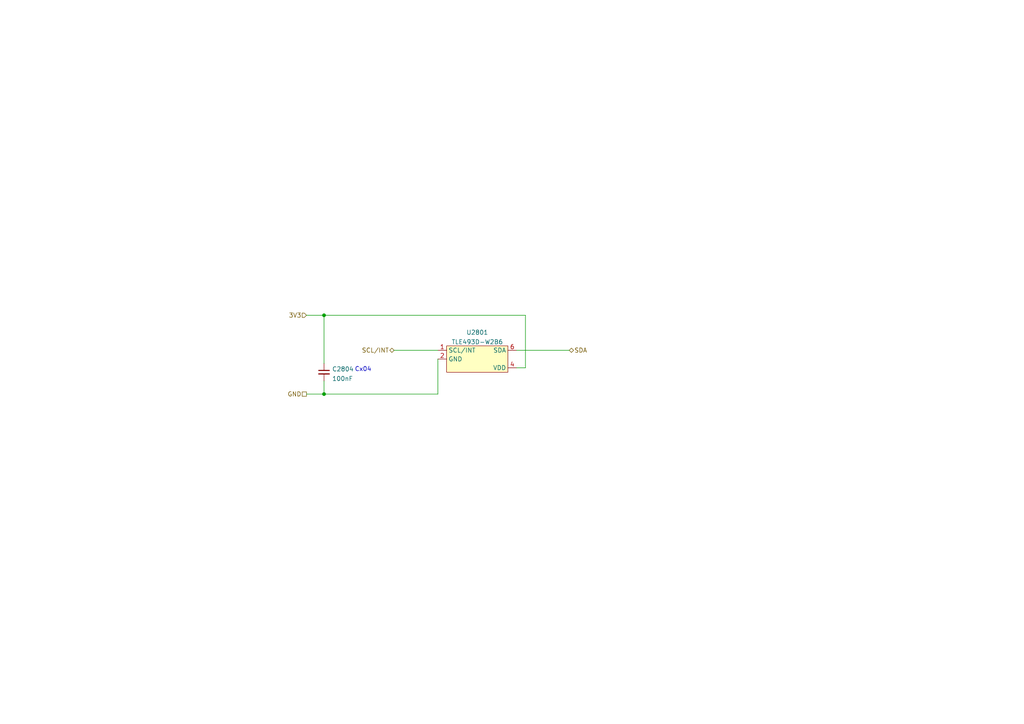
<source format=kicad_sch>
(kicad_sch (version 20211123) (generator eeschema)
  (paper "A4")
  (lib_symbols
    (symbol "Device:C_Small" (pin_numbers hide) (pin_names (offset 0.254) hide)
      (property "Reference" "C" (at 0.254 1.778 0))
      (property "Value" "C_Small" (at 0.254 -2.032 0))
      (symbol "C_Small_0_1"
        (polyline (pts (xy -1.524 -0.508) (xy 1.524 -0.508)) (stroke (width 0.3302)))
        (polyline (pts (xy -1.524 0.508) (xy 1.524 0.508)) (stroke (width 0.3048)))
      )
      (symbol "C_Small_1_1"
        (pin passive line (at 0 2.54 270) (length 2.032) (name "~") (number "1"))
        (pin passive line (at 0 -2.54 90) (length 2.032) (name "~") (number "2"))
      )
    )
    (symbol "KwanSystems:TLE493D-W2B6"
      (property "Reference" "U" (at 0 5.08 0))
      (property "Value" "TLE493D-W2B6" (at 0 -5.08 0))
      (symbol "TLE493D-W2B6_0_1"
        (rectangle (start -8.89 3.81) (end 8.89 -3.81) (stroke (width 0.1524)) (fill (type background)))
      )
      (symbol "TLE493D-W2B6_1_1"
        (pin bidirectional line (at -11.43 2.54 0) (length 2.54) (name "SCL/INT") (number "1"))
        (pin passive line (at -11.43 0 0) (length 2.54) (name "GND") (number "2"))
        (pin passive line (at -11.43 0 0) (length 2.54) hide (name "GND") (number "3"))
        (pin passive line (at 11.43 -2.54 180) (length 2.54) (name "VDD") (number "4"))
        (pin passive line (at -11.43 0 0) (length 2.54) hide (name "GND") (number "5"))
        (pin bidirectional line (at 11.43 2.54 180) (length 2.54) (name "SDA") (number "6"))
      )
    )
  )
  (junction (at 93.98 91.44))
  (junction (at 93.98 114.3))
  (wire (pts (xy 149.86 106.68) (xy 152.4 106.68)))
  (wire (pts (xy 88.9 114.3) (xy 93.98 114.3)))
  (wire (pts (xy 93.98 114.3) (xy 127 114.3)))
  (wire (pts (xy 152.4 106.68) (xy 152.4 91.44)))
  (wire (pts (xy 114.3 101.6) (xy 127 101.6)))
  (wire (pts (xy 93.98 91.44) (xy 93.98 105.41)))
  (wire (pts (xy 93.98 114.3) (xy 93.98 110.49)))
  (wire (pts (xy 149.86 101.6) (xy 165.1 101.6)))
  (wire (pts (xy 127 114.3) (xy 127 104.14)))
  (wire (pts (xy 88.9 91.44) (xy 93.98 91.44)))
  (wire (pts (xy 152.4 91.44) (xy 93.98 91.44)))
  (text "Cx04" (at 102.87 107.95 0) (effects (font (size 1.27 1.27)) (justify left bottom)))
  (hierarchical_label "SDA" (shape bidirectional) (at 165.1 101.6 0))
  (hierarchical_label "SCL{slash}INT" (shape bidirectional) (at 114.3 101.6 180))
  (hierarchical_label "GND" (shape passive) (at 88.9 114.3 180))
  (hierarchical_label "3V3" (shape input) (at 88.9 91.44 180))
  (symbol (lib_id "Device:C_Small") (at 93.98 107.95 0)
    (property "Reference" "C2804" (at 96.3041 107.0478 0) (effects (justify left)))
    (property "Value" "100nF" (at 96.3041 109.8229 0) (effects (justify left)))
    (property "Footprint" "Capacitor_SMD:C_0402_1005Metric" (effects hide))
  )
  (symbol (lib_id "KwanSystems:TLE493D-W2B6") (at 138.43 104.14 0)
    (property "Reference" "U2801" (at 138.43 96.4143 0))
    (property "Value" "TLE493D-W2B6" (at 138.43 99.1894 0))
    (property "Footprint" "Package_TO_SOT_SMD:SOT-23-6" (effects hide))
    (property "Datasheet" "https://media.digikey.com/pdf/Data%20Sheets/Infineon%20PDFs/TLE493D-W2B6_v1.2_4-9-19.pdf" (effects hide))
  )
)
</source>
